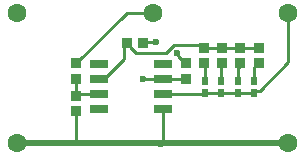
<source format=gtl>
G04*
G04 #@! TF.GenerationSoftware,Altium Limited,Altium Designer,20.1.12 (249)*
G04*
G04 Layer_Physical_Order=1*
G04 Layer_Color=255*
%FSLAX44Y44*%
%MOMM*%
G71*
G04*
G04 #@! TF.SameCoordinates,FEBEC7C4-031D-4068-AE87-DD61D03ADA7D*
G04*
G04*
G04 #@! TF.FilePolarity,Positive*
G04*
G01*
G75*
%ADD12R,0.9400X0.8300*%
%ADD13R,1.5260X0.6500*%
%ADD14R,0.8300X0.9400*%
%ADD15R,0.6000X0.8000*%
%ADD22C,0.5000*%
%ADD23C,0.2540*%
%ADD24C,1.6000*%
%ADD25C,0.6000*%
D12*
X65000Y60058D02*
D03*
Y46858D02*
D03*
X158035Y87600D02*
D03*
Y74400D02*
D03*
X65000Y87600D02*
D03*
Y74400D02*
D03*
X173477Y100393D02*
D03*
Y87192D02*
D03*
X188920Y100600D02*
D03*
Y87400D02*
D03*
X204363Y100600D02*
D03*
Y87400D02*
D03*
X219805Y100600D02*
D03*
Y87400D02*
D03*
D13*
X84423Y87050D02*
D03*
Y74350D02*
D03*
Y61650D02*
D03*
Y48950D02*
D03*
X138663D02*
D03*
Y61650D02*
D03*
Y74350D02*
D03*
Y87050D02*
D03*
D14*
X108400Y104762D02*
D03*
X121600D02*
D03*
D15*
X216127Y62000D02*
D03*
Y72000D02*
D03*
X202085Y62000D02*
D03*
Y72000D02*
D03*
X188043Y62000D02*
D03*
Y72000D02*
D03*
X174000Y62000D02*
D03*
Y72000D02*
D03*
D22*
X66000Y20000D02*
X139000D01*
X15000D02*
X66000D01*
X139000D02*
X245000D01*
D23*
X65000Y21000D02*
Y46858D01*
Y21000D02*
X66000Y20000D01*
X121600Y104762D02*
X121838Y105000D01*
X133000D01*
X157485Y87600D02*
X158035D01*
X151662Y93423D02*
X157485Y87600D01*
X151662Y93423D02*
Y95338D01*
X151000Y96000D02*
X151662Y95338D01*
X138663Y20338D02*
Y48950D01*
Y20338D02*
X139000Y20000D01*
X107950Y130000D02*
X130000D01*
X65000Y87600D02*
X65550D01*
X107950Y130000D01*
X65000Y60058D02*
Y74400D01*
X66592Y61650D02*
X84423D01*
X65000Y60058D02*
X66592Y61650D01*
X216127Y62000D02*
Y62460D01*
X217857Y64190D01*
X220706D01*
X245000Y88484D01*
Y130000D01*
X138488Y74175D02*
X138663Y74350D01*
X122175Y74175D02*
X138488D01*
X122000Y74000D02*
X122175Y74175D01*
X157985Y74350D02*
X158035Y74400D01*
X138663Y74350D02*
X157985D01*
X115872Y96252D02*
X141252D01*
X148000Y103000D01*
X170870D02*
X173477Y100393D01*
X148000Y103000D02*
X170870D01*
X138663Y61650D02*
X173650D01*
X111280Y100844D02*
X115872Y96252D01*
X111280Y100844D02*
Y101882D01*
X108400Y104762D02*
X111280Y101882D01*
X188043Y72000D02*
Y87957D01*
X188000Y88000D02*
X188043Y87957D01*
X202085Y72000D02*
Y83085D01*
X204000Y85000D01*
X216127Y84128D02*
X220000Y88000D01*
X216127Y72000D02*
Y84128D01*
X204363Y100600D02*
X219805D01*
X188920D02*
X204363D01*
X173477Y100393D02*
X188713D01*
X188920Y100600D01*
X174000Y72000D02*
Y86670D01*
X173477Y87192D02*
X174000Y86670D01*
X202085Y62000D02*
X216127D01*
X188043D02*
X202085D01*
X174000D02*
X188043D01*
X173650Y61650D02*
X174000Y62000D01*
X84423Y74350D02*
X88802D01*
X105520Y91067D01*
Y101882D01*
X108400Y104762D01*
D24*
X245000Y130000D02*
D03*
Y20000D02*
D03*
X15000D02*
D03*
X130000Y130000D02*
D03*
X15000D02*
D03*
D25*
X155000Y20000D02*
D03*
X137000Y19000D02*
D03*
X133000Y105000D02*
D03*
X122000Y74000D02*
D03*
X151000Y96000D02*
D03*
M02*

</source>
